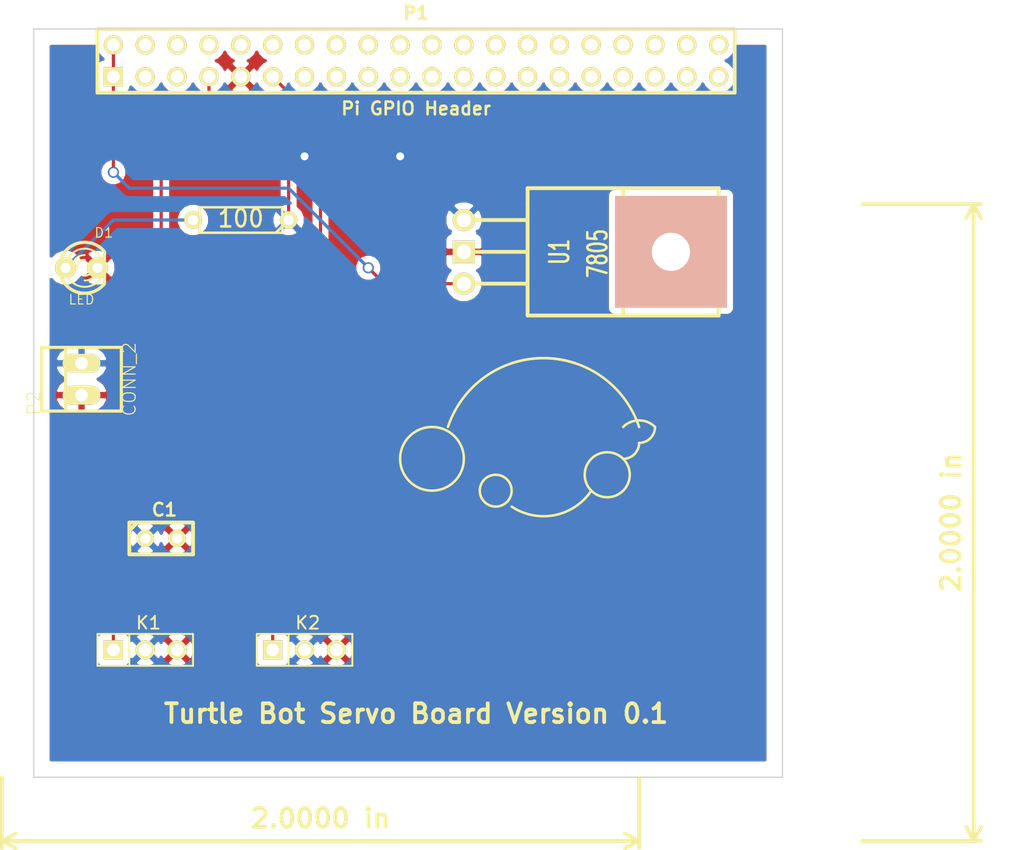
<source format=kicad_pcb>
(kicad_pcb (version 3) (host pcbnew "(2013-07-07 BZR 4022)-stable")

  (general
    (links 16)
    (no_connects 0)
    (area 27.94 74.03084 113.41 143.670001)
    (thickness 1.6)
    (drawings 16)
    (tracks 26)
    (zones 0)
    (modules 8)
    (nets 7)
  )

  (page USLetter)
  (title_block 
    (title "Robot Turtle Layout")
    (rev 0.1)
  )

  (layers
    (15 F.Cu signal)
    (0 B.Cu signal)
    (16 B.Adhes user)
    (17 F.Adhes user)
    (18 B.Paste user)
    (19 F.Paste user)
    (20 B.SilkS user)
    (21 F.SilkS user)
    (22 B.Mask user)
    (23 F.Mask user)
    (24 Dwgs.User user)
    (25 Cmts.User user)
    (26 Eco1.User user)
    (27 Eco2.User user)
    (28 Edge.Cuts user)
  )

  (setup
    (last_trace_width 0.254)
    (trace_clearance 0.254)
    (zone_clearance 0.508)
    (zone_45_only no)
    (trace_min 0.254)
    (segment_width 0.2)
    (edge_width 0.1)
    (via_size 0.889)
    (via_drill 0.635)
    (via_min_size 0.889)
    (via_min_drill 0.508)
    (uvia_size 0.508)
    (uvia_drill 0.127)
    (uvias_allowed no)
    (uvia_min_size 0.508)
    (uvia_min_drill 0.127)
    (pcb_text_width 0.3)
    (pcb_text_size 1.5 1.5)
    (mod_edge_width 0.15)
    (mod_text_size 1 1)
    (mod_text_width 0.15)
    (pad_size 1.5 1.5)
    (pad_drill 0.6)
    (pad_to_mask_clearance 0)
    (aux_axis_origin 0 0)
    (visible_elements 7FFFFFFF)
    (pcbplotparams
      (layerselection 3178497)
      (usegerberextensions true)
      (excludeedgelayer true)
      (linewidth 0.150000)
      (plotframeref false)
      (viasonmask false)
      (mode 1)
      (useauxorigin false)
      (hpglpennumber 1)
      (hpglpenspeed 20)
      (hpglpendiameter 15)
      (hpglpenoverlay 2)
      (psnegative false)
      (psa4output false)
      (plotreference true)
      (plotvalue true)
      (plotothertext true)
      (plotinvisibletext false)
      (padsonsilk false)
      (subtractmaskfromsilk false)
      (outputformat 1)
      (mirror false)
      (drillshape 1)
      (scaleselection 1)
      (outputdirectory ""))
  )

  (net 0 "")
  (net 1 +6V)
  (net 2 GND)
  (net 3 N-0000012)
  (net 4 N-0000030)
  (net 5 N-0000031)
  (net 6 N-0000034)

  (net_class Default "This is the default net class."
    (clearance 0.254)
    (trace_width 0.254)
    (via_dia 0.889)
    (via_drill 0.635)
    (uvia_dia 0.508)
    (uvia_drill 0.127)
    (add_net "")
    (add_net +6V)
    (add_net GND)
    (add_net N-0000012)
    (add_net N-0000030)
    (add_net N-0000031)
    (add_net N-0000034)
  )

  (module R3 (layer F.Cu) (tedit 4E4C0E65) (tstamp 54A6E807)
    (at 46.99 91.44 180)
    (descr "Resitance 3 pas")
    (tags R)
    (path /54A6DC96)
    (autoplace_cost180 10)
    (fp_text reference R1 (at 0 0.127 180) (layer F.SilkS) hide
      (effects (font (size 1.397 1.27) (thickness 0.2032)))
    )
    (fp_text value 100 (at 0 0.127 180) (layer F.SilkS)
      (effects (font (size 1.397 1.27) (thickness 0.2032)))
    )
    (fp_line (start -3.81 0) (end -3.302 0) (layer F.SilkS) (width 0.2032))
    (fp_line (start 3.81 0) (end 3.302 0) (layer F.SilkS) (width 0.2032))
    (fp_line (start 3.302 0) (end 3.302 -1.016) (layer F.SilkS) (width 0.2032))
    (fp_line (start 3.302 -1.016) (end -3.302 -1.016) (layer F.SilkS) (width 0.2032))
    (fp_line (start -3.302 -1.016) (end -3.302 1.016) (layer F.SilkS) (width 0.2032))
    (fp_line (start -3.302 1.016) (end 3.302 1.016) (layer F.SilkS) (width 0.2032))
    (fp_line (start 3.302 1.016) (end 3.302 0) (layer F.SilkS) (width 0.2032))
    (fp_line (start -3.302 -0.508) (end -2.794 -1.016) (layer F.SilkS) (width 0.2032))
    (pad 1 thru_hole circle (at -3.81 0 180) (size 1.397 1.397) (drill 0.8128)
      (layers *.Cu *.Mask F.SilkS)
      (net 1 +6V)
    )
    (pad 2 thru_hole circle (at 3.81 0 180) (size 1.397 1.397) (drill 0.8128)
      (layers *.Cu *.Mask F.SilkS)
      (net 4 N-0000030)
    )
    (model discret/resistor.wrl
      (at (xyz 0 0 0))
      (scale (xyz 0.3 0.3 0.3))
      (rotate (xyz 0 0 0))
    )
  )

  (module PIN_ARRAY_20X2 (layer F.Cu) (tedit 5031D84E) (tstamp 54A6E837)
    (at 60.96 78.74)
    (descr "Double rangee de contacts 2 x 12 pins")
    (tags CONN)
    (path /54A6E06A)
    (fp_text reference P1 (at 0 -3.81) (layer F.SilkS)
      (effects (font (size 1.016 1.016) (thickness 0.27432)))
    )
    (fp_text value "Pi GPIO Header" (at 0 3.81) (layer F.SilkS)
      (effects (font (size 1.016 1.016) (thickness 0.2032)))
    )
    (fp_line (start 25.4 2.54) (end -25.4 2.54) (layer F.SilkS) (width 0.3048))
    (fp_line (start 25.4 -2.54) (end -25.4 -2.54) (layer F.SilkS) (width 0.3048))
    (fp_line (start 25.4 -2.54) (end 25.4 2.54) (layer F.SilkS) (width 0.3048))
    (fp_line (start -25.4 -2.54) (end -25.4 2.54) (layer F.SilkS) (width 0.3048))
    (pad 1 thru_hole rect (at -24.13 1.27) (size 1.524 1.524) (drill 1.016)
      (layers *.Cu *.Mask F.SilkS)
      (net 6 N-0000034)
    )
    (pad 2 thru_hole circle (at -24.13 -1.27) (size 1.524 1.524) (drill 1.016)
      (layers *.Cu *.Mask F.SilkS)
      (net 6 N-0000034)
    )
    (pad 11 thru_hole circle (at -11.43 1.27) (size 1.524 1.524) (drill 1.016)
      (layers *.Cu *.Mask F.SilkS)
      (net 5 N-0000031)
    )
    (pad 4 thru_hole circle (at -21.59 -1.27) (size 1.524 1.524) (drill 1.016)
      (layers *.Cu *.Mask F.SilkS)
    )
    (pad 13 thru_hole circle (at -8.89 1.27) (size 1.524 1.524) (drill 1.016)
      (layers *.Cu *.Mask F.SilkS)
    )
    (pad 6 thru_hole circle (at -19.05 -1.27) (size 1.524 1.524) (drill 1.016)
      (layers *.Cu *.Mask F.SilkS)
    )
    (pad 15 thru_hole circle (at -6.35 1.27) (size 1.524 1.524) (drill 1.016)
      (layers *.Cu *.Mask F.SilkS)
    )
    (pad 8 thru_hole circle (at -16.51 -1.27) (size 1.524 1.524) (drill 1.016)
      (layers *.Cu *.Mask F.SilkS)
    )
    (pad 17 thru_hole circle (at -3.81 1.27) (size 1.524 1.524) (drill 1.016)
      (layers *.Cu *.Mask F.SilkS)
    )
    (pad 10 thru_hole circle (at -13.97 -1.27) (size 1.524 1.524) (drill 1.016)
      (layers *.Cu *.Mask F.SilkS)
    )
    (pad 19 thru_hole circle (at -1.27 1.27) (size 1.524 1.524) (drill 1.016)
      (layers *.Cu *.Mask F.SilkS)
    )
    (pad 12 thru_hole circle (at -11.43 -1.27) (size 1.524 1.524) (drill 1.016)
      (layers *.Cu *.Mask F.SilkS)
    )
    (pad 21 thru_hole circle (at 1.27 1.27) (size 1.524 1.524) (drill 1.016)
      (layers *.Cu *.Mask F.SilkS)
    )
    (pad 14 thru_hole circle (at -8.89 -1.27) (size 1.524 1.524) (drill 1.016)
      (layers *.Cu *.Mask F.SilkS)
    )
    (pad 23 thru_hole circle (at 3.81 1.27) (size 1.524 1.524) (drill 1.016)
      (layers *.Cu *.Mask F.SilkS)
    )
    (pad 16 thru_hole circle (at -6.35 -1.27) (size 1.524 1.524) (drill 1.016)
      (layers *.Cu *.Mask F.SilkS)
    )
    (pad 25 thru_hole circle (at 6.35 1.27) (size 1.524 1.524) (drill 1.016)
      (layers *.Cu *.Mask F.SilkS)
    )
    (pad 18 thru_hole circle (at -3.81 -1.27) (size 1.524 1.524) (drill 1.016)
      (layers *.Cu *.Mask F.SilkS)
    )
    (pad 27 thru_hole circle (at 8.89 1.27) (size 1.524 1.524) (drill 1.016)
      (layers *.Cu *.Mask F.SilkS)
    )
    (pad 20 thru_hole circle (at -1.27 -1.27) (size 1.524 1.524) (drill 1.016)
      (layers *.Cu *.Mask F.SilkS)
    )
    (pad 29 thru_hole circle (at 11.43 1.27) (size 1.524 1.524) (drill 1.016)
      (layers *.Cu *.Mask F.SilkS)
    )
    (pad 22 thru_hole circle (at 1.27 -1.27) (size 1.524 1.524) (drill 1.016)
      (layers *.Cu *.Mask F.SilkS)
    )
    (pad 31 thru_hole circle (at 13.97 1.27) (size 1.524 1.524) (drill 1.016)
      (layers *.Cu *.Mask F.SilkS)
    )
    (pad 24 thru_hole circle (at 3.81 -1.27) (size 1.524 1.524) (drill 1.016)
      (layers *.Cu *.Mask F.SilkS)
    )
    (pad 26 thru_hole circle (at 6.35 -1.27) (size 1.524 1.524) (drill 1.016)
      (layers *.Cu *.Mask F.SilkS)
    )
    (pad 33 thru_hole circle (at 16.51 1.27) (size 1.524 1.524) (drill 1.016)
      (layers *.Cu *.Mask F.SilkS)
    )
    (pad 28 thru_hole circle (at 8.89 -1.27) (size 1.524 1.524) (drill 1.016)
      (layers *.Cu *.Mask F.SilkS)
    )
    (pad 32 thru_hole circle (at 13.97 -1.27) (size 1.524 1.524) (drill 1.016)
      (layers *.Cu *.Mask F.SilkS)
    )
    (pad 34 thru_hole circle (at 16.51 -1.27) (size 1.524 1.524) (drill 1.016)
      (layers *.Cu *.Mask F.SilkS)
    )
    (pad 36 thru_hole circle (at 19.05 -1.27) (size 1.524 1.524) (drill 1.016)
      (layers *.Cu *.Mask F.SilkS)
    )
    (pad 38 thru_hole circle (at 21.59 -1.27) (size 1.524 1.524) (drill 1.016)
      (layers *.Cu *.Mask F.SilkS)
    )
    (pad 35 thru_hole circle (at 19.05 1.27) (size 1.524 1.524) (drill 1.016)
      (layers *.Cu *.Mask F.SilkS)
    )
    (pad 37 thru_hole circle (at 21.59 1.27) (size 1.524 1.524) (drill 1.016)
      (layers *.Cu *.Mask F.SilkS)
    )
    (pad 3 thru_hole circle (at -21.59 1.27) (size 1.524 1.524) (drill 1.016)
      (layers *.Cu *.Mask F.SilkS)
    )
    (pad 5 thru_hole circle (at -19.05 1.27) (size 1.524 1.524) (drill 1.016)
      (layers *.Cu *.Mask F.SilkS)
    )
    (pad 7 thru_hole circle (at -16.51 1.27) (size 1.524 1.524) (drill 1.016)
      (layers *.Cu *.Mask F.SilkS)
      (net 3 N-0000012)
    )
    (pad 9 thru_hole circle (at -13.97 1.27) (size 1.524 1.524) (drill 1.016)
      (layers *.Cu *.Mask F.SilkS)
      (net 2 GND)
    )
    (pad 39 thru_hole circle (at 24.13 1.27) (size 1.524 1.524) (drill 1.016)
      (layers *.Cu *.Mask F.SilkS)
    )
    (pad 40 thru_hole circle (at 24.13 -1.27) (size 1.524 1.524) (drill 1.016)
      (layers *.Cu *.Mask F.SilkS)
    )
    (pad 30 thru_hole circle (at 11.43 -1.27) (size 1.524 1.524) (drill 1.016)
      (layers *.Cu *.Mask F.SilkS)
    )
    (model pin_array/pins_array_20x2.wrl
      (at (xyz 0 0 0))
      (scale (xyz 1 1 1))
      (rotate (xyz 0 0 0))
    )
  )

  (module LM78XX (layer F.Cu) (tedit 200000) (tstamp 54A6E849)
    (at 64.77 93.98)
    (descr "Regulateur TO220 serie LM78xx")
    (tags "TR TO220")
    (path /54A6D8F3)
    (fp_text reference U1 (at 7.62 0 90) (layer F.SilkS)
      (effects (font (size 1.524 1.016) (thickness 0.2032)))
    )
    (fp_text value 7805 (at 10.668 0.127 90) (layer F.SilkS)
      (effects (font (size 1.524 1.016) (thickness 0.2032)))
    )
    (fp_line (start 0 -2.54) (end 5.08 -2.54) (layer F.SilkS) (width 0.3048))
    (fp_line (start 0 0) (end 5.08 0) (layer F.SilkS) (width 0.3048))
    (fp_line (start 0 2.54) (end 5.08 2.54) (layer F.SilkS) (width 0.3048))
    (fp_line (start 5.08 -3.81) (end 5.08 5.08) (layer F.SilkS) (width 0.3048))
    (fp_line (start 5.08 5.08) (end 20.32 5.08) (layer F.SilkS) (width 0.3048))
    (fp_line (start 20.32 5.08) (end 20.32 -5.08) (layer F.SilkS) (width 0.3048))
    (fp_line (start 5.08 -3.81) (end 5.08 -5.08) (layer F.SilkS) (width 0.3048))
    (fp_line (start 12.7 3.81) (end 12.7 -5.08) (layer F.SilkS) (width 0.3048))
    (fp_line (start 12.7 3.81) (end 12.7 5.08) (layer F.SilkS) (width 0.3048))
    (fp_line (start 5.08 -5.08) (end 20.32 -5.08) (layer F.SilkS) (width 0.3048))
    (pad 4 thru_hole rect (at 16.51 0) (size 8.89 8.89) (drill 3.048)
      (layers *.Cu *.SilkS *.Mask)
    )
    (pad VI thru_hole circle (at 0 -2.54) (size 1.778 1.778) (drill 1.143)
      (layers *.Cu *.Mask F.SilkS)
      (net 1 +6V)
    )
    (pad GND thru_hole rect (at 0 0) (size 1.778 1.778) (drill 1.143)
      (layers *.Cu *.Mask F.SilkS)
      (net 2 GND)
    )
    (pad VO thru_hole circle (at 0 2.54) (size 1.778 1.778) (drill 1.143)
      (layers *.Cu *.Mask F.SilkS)
      (net 6 N-0000034)
    )
    (model discret/to220_horiz.wrl
      (at (xyz 0 0 0))
      (scale (xyz 1 1 1))
      (rotate (xyz 0 0 0))
    )
  )

  (module LED-3MM (layer F.Cu) (tedit 50ADE848) (tstamp 54A6E862)
    (at 34.29 95.25)
    (descr "LED 3mm - Lead pitch 100mil (2,54mm)")
    (tags "LED led 3mm 3MM 100mil 2,54mm")
    (path /54A6DE7D)
    (fp_text reference D1 (at 1.778 -2.794) (layer F.SilkS)
      (effects (font (size 0.762 0.762) (thickness 0.0889)))
    )
    (fp_text value LED (at 0 2.54) (layer F.SilkS)
      (effects (font (size 0.762 0.762) (thickness 0.0889)))
    )
    (fp_line (start 1.8288 1.27) (end 1.8288 -1.27) (layer F.SilkS) (width 0.254))
    (fp_arc (start 0.254 0) (end -1.27 0) (angle 39.8) (layer F.SilkS) (width 0.1524))
    (fp_arc (start 0.254 0) (end -0.88392 1.01092) (angle 41.6) (layer F.SilkS) (width 0.1524))
    (fp_arc (start 0.254 0) (end 1.4097 -0.9906) (angle 40.6) (layer F.SilkS) (width 0.1524))
    (fp_arc (start 0.254 0) (end 1.778 0) (angle 39.8) (layer F.SilkS) (width 0.1524))
    (fp_arc (start 0.254 0) (end 0.254 -1.524) (angle 54.4) (layer F.SilkS) (width 0.1524))
    (fp_arc (start 0.254 0) (end -0.9652 -0.9144) (angle 53.1) (layer F.SilkS) (width 0.1524))
    (fp_arc (start 0.254 0) (end 1.45542 0.93472) (angle 52.1) (layer F.SilkS) (width 0.1524))
    (fp_arc (start 0.254 0) (end 0.254 1.524) (angle 52.1) (layer F.SilkS) (width 0.1524))
    (fp_arc (start 0.254 0) (end -0.381 0) (angle 90) (layer F.SilkS) (width 0.1524))
    (fp_arc (start 0.254 0) (end -0.762 0) (angle 90) (layer F.SilkS) (width 0.1524))
    (fp_arc (start 0.254 0) (end 0.889 0) (angle 90) (layer F.SilkS) (width 0.1524))
    (fp_arc (start 0.254 0) (end 1.27 0) (angle 90) (layer F.SilkS) (width 0.1524))
    (fp_arc (start 0.254 0) (end 0.254 -2.032) (angle 50.1) (layer F.SilkS) (width 0.254))
    (fp_arc (start 0.254 0) (end -1.5367 -0.95504) (angle 61.9) (layer F.SilkS) (width 0.254))
    (fp_arc (start 0.254 0) (end 1.8034 1.31064) (angle 49.7) (layer F.SilkS) (width 0.254))
    (fp_arc (start 0.254 0) (end 0.254 2.032) (angle 60.2) (layer F.SilkS) (width 0.254))
    (fp_arc (start 0.254 0) (end -1.778 0) (angle 28.3) (layer F.SilkS) (width 0.254))
    (fp_arc (start 0.254 0) (end -1.47574 1.06426) (angle 31.6) (layer F.SilkS) (width 0.254))
    (pad 1 thru_hole circle (at -1.27 0) (size 1.6764 1.6764) (drill 0.8128)
      (layers *.Cu *.Mask F.SilkS)
      (net 4 N-0000030)
    )
    (pad 2 thru_hole circle (at 1.27 0) (size 1.6764 1.6764) (drill 0.8128)
      (layers *.Cu *.Mask F.SilkS)
      (net 2 GND)
    )
    (model discret/leds/led3_vertical_verde.wrl
      (at (xyz 0 0 0))
      (scale (xyz 1 1 1))
      (rotate (xyz 0 0 0))
    )
  )

  (module C1 (layer F.Cu) (tedit 3F92C496) (tstamp 54A6E86D)
    (at 40.64 116.84)
    (descr "Condensateur e = 1 pas")
    (tags C)
    (path /54A6DFA4)
    (fp_text reference C1 (at 0.254 -2.286) (layer F.SilkS)
      (effects (font (size 1.016 1.016) (thickness 0.2032)))
    )
    (fp_text value "100 uF" (at 0 -2.286) (layer F.SilkS) hide
      (effects (font (size 1.016 1.016) (thickness 0.2032)))
    )
    (fp_line (start -2.4892 -1.27) (end 2.54 -1.27) (layer F.SilkS) (width 0.3048))
    (fp_line (start 2.54 -1.27) (end 2.54 1.27) (layer F.SilkS) (width 0.3048))
    (fp_line (start 2.54 1.27) (end -2.54 1.27) (layer F.SilkS) (width 0.3048))
    (fp_line (start -2.54 1.27) (end -2.54 -1.27) (layer F.SilkS) (width 0.3048))
    (fp_line (start -2.54 -0.635) (end -1.905 -1.27) (layer F.SilkS) (width 0.3048))
    (pad 1 thru_hole circle (at -1.27 0) (size 1.397 1.397) (drill 0.8128)
      (layers *.Cu *.Mask F.SilkS)
      (net 1 +6V)
    )
    (pad 2 thru_hole circle (at 1.27 0) (size 1.397 1.397) (drill 0.8128)
      (layers *.Cu *.Mask F.SilkS)
      (net 2 GND)
    )
    (model discret/capa_1_pas.wrl
      (at (xyz 0 0 0))
      (scale (xyz 1 1 1))
      (rotate (xyz 0 0 0))
    )
  )

  (module PIN_ARRAY_3X1 (layer F.Cu) (tedit 4C1130E0) (tstamp 54A6E878)
    (at 39.37 125.73)
    (descr "Connecteur 3 pins")
    (tags "CONN DEV")
    (path /54A6E166)
    (fp_text reference K1 (at 0.254 -2.159) (layer F.SilkS)
      (effects (font (size 1.016 1.016) (thickness 0.1524)))
    )
    (fp_text value "Left Servo" (at 0 -2.159) (layer F.SilkS) hide
      (effects (font (size 1.016 1.016) (thickness 0.1524)))
    )
    (fp_line (start -3.81 1.27) (end -3.81 -1.27) (layer F.SilkS) (width 0.1524))
    (fp_line (start -3.81 -1.27) (end 3.81 -1.27) (layer F.SilkS) (width 0.1524))
    (fp_line (start 3.81 -1.27) (end 3.81 1.27) (layer F.SilkS) (width 0.1524))
    (fp_line (start 3.81 1.27) (end -3.81 1.27) (layer F.SilkS) (width 0.1524))
    (fp_line (start -1.27 -1.27) (end -1.27 1.27) (layer F.SilkS) (width 0.1524))
    (pad 1 thru_hole rect (at -2.54 0) (size 1.524 1.524) (drill 1.016)
      (layers *.Cu *.Mask F.SilkS)
      (net 3 N-0000012)
    )
    (pad 2 thru_hole circle (at 0 0) (size 1.524 1.524) (drill 1.016)
      (layers *.Cu *.Mask F.SilkS)
      (net 1 +6V)
    )
    (pad 3 thru_hole circle (at 2.54 0) (size 1.524 1.524) (drill 1.016)
      (layers *.Cu *.Mask F.SilkS)
      (net 2 GND)
    )
    (model pin_array/pins_array_3x1.wrl
      (at (xyz 0 0 0))
      (scale (xyz 1 1 1))
      (rotate (xyz 0 0 0))
    )
  )

  (module PIN_ARRAY_3X1 (layer F.Cu) (tedit 4C1130E0) (tstamp 54A6E883)
    (at 52.07 125.73)
    (descr "Connecteur 3 pins")
    (tags "CONN DEV")
    (path /54A6E177)
    (fp_text reference K2 (at 0.254 -2.159) (layer F.SilkS)
      (effects (font (size 1.016 1.016) (thickness 0.1524)))
    )
    (fp_text value "Right Servo" (at 0 -2.159) (layer F.SilkS) hide
      (effects (font (size 1.016 1.016) (thickness 0.1524)))
    )
    (fp_line (start -3.81 1.27) (end -3.81 -1.27) (layer F.SilkS) (width 0.1524))
    (fp_line (start -3.81 -1.27) (end 3.81 -1.27) (layer F.SilkS) (width 0.1524))
    (fp_line (start 3.81 -1.27) (end 3.81 1.27) (layer F.SilkS) (width 0.1524))
    (fp_line (start 3.81 1.27) (end -3.81 1.27) (layer F.SilkS) (width 0.1524))
    (fp_line (start -1.27 -1.27) (end -1.27 1.27) (layer F.SilkS) (width 0.1524))
    (pad 1 thru_hole rect (at -2.54 0) (size 1.524 1.524) (drill 1.016)
      (layers *.Cu *.Mask F.SilkS)
      (net 5 N-0000031)
    )
    (pad 2 thru_hole circle (at 0 0) (size 1.524 1.524) (drill 1.016)
      (layers *.Cu *.Mask F.SilkS)
      (net 1 +6V)
    )
    (pad 3 thru_hole circle (at 2.54 0) (size 1.524 1.524) (drill 1.016)
      (layers *.Cu *.Mask F.SilkS)
      (net 2 GND)
    )
    (model pin_array/pins_array_3x1.wrl
      (at (xyz 0 0 0))
      (scale (xyz 1 1 1))
      (rotate (xyz 0 0 0))
    )
  )

  (module PINHEAD1-2 (layer F.Cu) (tedit 4C5EDFB2) (tstamp 54A6EF4F)
    (at 34.29 104.14 90)
    (path /54A6EE84)
    (attr virtual)
    (fp_text reference P2 (at -1.905 -3.81 90) (layer F.SilkS)
      (effects (font (size 1.016 1.016) (thickness 0.0889)))
    )
    (fp_text value CONN_2 (at 0 3.81 90) (layer F.SilkS)
      (effects (font (size 1.016 1.016) (thickness 0.0889)))
    )
    (fp_line (start 2.54 -1.27) (end -2.54 -1.27) (layer F.SilkS) (width 0.254))
    (fp_line (start 2.54 3.175) (end -2.54 3.175) (layer F.SilkS) (width 0.254))
    (fp_line (start -2.54 -3.175) (end 2.54 -3.175) (layer F.SilkS) (width 0.254))
    (fp_line (start -2.54 -3.175) (end -2.54 3.175) (layer F.SilkS) (width 0.254))
    (fp_line (start 2.54 -3.175) (end 2.54 3.175) (layer F.SilkS) (width 0.254))
    (pad 1 thru_hole oval (at -1.27 0 90) (size 1.50622 3.01498) (drill 0.99822)
      (layers *.Cu F.Paste F.SilkS F.Mask)
      (net 2 GND)
    )
    (pad 2 thru_hole oval (at 1.27 0 90) (size 1.50622 3.01498) (drill 0.99822)
      (layers *.Cu F.Paste F.SilkS F.Mask)
      (net 1 +6V)
    )
  )

  (gr_circle (center 67.31 113.03) (end 67.31 111.76) (layer F.SilkS) (width 0.2))
  (gr_arc (start 71.12 110.49) (end 74.93 113.03) (angle 90) (layer F.SilkS) (width 0.2))
  (gr_arc (start 77.47 109.22) (end 78.74 109.22) (angle 90) (layer F.SilkS) (width 0.2))
  (gr_arc (start 78.74 107.95) (end 80.01 107.95) (angle 90) (layer F.SilkS) (width 0.2))
  (gr_arc (start 78.74 109.22) (end 77.47 107.95) (angle 90) (layer F.SilkS) (width 0.2))
  (gr_circle (center 76.2 111.76) (end 77.47 113.03) (layer F.SilkS) (width 0.2))
  (gr_arc (start 71.12 110.49) (end 68.58 102.87) (angle 90) (layer F.SilkS) (width 0.2))
  (gr_arc (start 71.12 110.49) (end 63.5 107.95) (angle 90) (layer F.SilkS) (width 0.2))
  (gr_circle (center 62.23 110.49) (end 64.77 110.49) (layer F.SilkS) (width 0.2))
  (gr_text "Turtle Bot Servo Board Version 0.1" (at 60.96 130.81) (layer F.SilkS)
    (effects (font (size 1.5 1.5) (thickness 0.3)))
  )
  (gr_line (start 90.17 135.89) (end 30.48 135.89) (angle 90) (layer Edge.Cuts) (width 0.1))
  (gr_line (start 90.17 76.2) (end 90.17 135.89) (angle 90) (layer Edge.Cuts) (width 0.1))
  (gr_line (start 30.48 76.2) (end 90.17 76.2) (angle 90) (layer Edge.Cuts) (width 0.1))
  (gr_line (start 30.48 135.89) (end 30.48 76.2) (angle 90) (layer Edge.Cuts) (width 0.1))
  (dimension 50.8 (width 0.3) (layer F.SilkS)
    (gr_text "50.800 mm" (at 106.76 115.57 90) (layer F.SilkS)
      (effects (font (size 1.5 1.5) (thickness 0.3)))
    )
    (feature1 (pts (xy 96.52 90.17) (xy 108.11 90.17)))
    (feature2 (pts (xy 96.52 140.97) (xy 108.11 140.97)))
    (crossbar (pts (xy 105.41 140.97) (xy 105.41 90.17)))
    (arrow1a (pts (xy 105.41 90.17) (xy 105.99642 91.296503)))
    (arrow1b (pts (xy 105.41 90.17) (xy 104.82358 91.296503)))
    (arrow2a (pts (xy 105.41 140.97) (xy 105.99642 139.843497)))
    (arrow2b (pts (xy 105.41 140.97) (xy 104.82358 139.843497)))
  )
  (dimension 50.8 (width 0.3) (layer F.SilkS)
    (gr_text "50.800 mm" (at 53.34 142.32) (layer F.SilkS)
      (effects (font (size 1.5 1.5) (thickness 0.3)))
    )
    (feature1 (pts (xy 78.74 135.89) (xy 78.74 143.67)))
    (feature2 (pts (xy 27.94 135.89) (xy 27.94 143.67)))
    (crossbar (pts (xy 27.94 140.97) (xy 78.74 140.97)))
    (arrow1a (pts (xy 78.74 140.97) (xy 77.613497 141.55642)))
    (arrow1b (pts (xy 78.74 140.97) (xy 77.613497 140.38358)))
    (arrow2a (pts (xy 27.94 140.97) (xy 29.066503 141.55642)))
    (arrow2b (pts (xy 27.94 140.97) (xy 29.066503 140.38358)))
  )

  (segment (start 50.8 91.44) (end 50.8 87.63) (width 0.254) (layer F.Cu) (net 1))
  (segment (start 59.69 86.36) (end 64.77 91.44) (width 0.254) (layer F.Cu) (net 1) (tstamp 54A78CB4))
  (via (at 59.69 86.36) (size 0.889) (layers F.Cu B.Cu) (net 1))
  (segment (start 52.07 86.36) (end 59.69 86.36) (width 0.254) (layer B.Cu) (net 1) (tstamp 54A78CB1))
  (via (at 52.07 86.36) (size 0.889) (layers F.Cu B.Cu) (net 1))
  (segment (start 50.8 87.63) (end 52.07 86.36) (width 0.254) (layer F.Cu) (net 1) (tstamp 54A78CAB))
  (segment (start 36.83 125.73) (end 36.83 111.76) (width 0.254) (layer F.Cu) (net 3))
  (segment (start 44.45 82.55) (end 44.45 80.01) (width 0.254) (layer F.Cu) (net 3) (tstamp 54A78C26))
  (segment (start 40.64 86.36) (end 44.45 82.55) (width 0.254) (layer F.Cu) (net 3) (tstamp 54A78C24))
  (segment (start 40.64 107.95) (end 40.64 86.36) (width 0.254) (layer F.Cu) (net 3) (tstamp 54A78C22))
  (segment (start 36.83 111.76) (end 40.64 107.95) (width 0.254) (layer F.Cu) (net 3) (tstamp 54A78C1F))
  (segment (start 43.18 91.44) (end 36.83 91.44) (width 0.254) (layer B.Cu) (net 4))
  (segment (start 36.83 91.44) (end 33.02 95.25) (width 0.254) (layer B.Cu) (net 4) (tstamp 54A78C9E))
  (segment (start 49.53 125.73) (end 49.53 102.87) (width 0.254) (layer F.Cu) (net 5))
  (segment (start 53.34 83.82) (end 49.53 80.01) (width 0.254) (layer F.Cu) (net 5) (tstamp 54A78C4D))
  (segment (start 53.34 99.06) (end 53.34 83.82) (width 0.254) (layer F.Cu) (net 5) (tstamp 54A78C4A))
  (segment (start 49.53 102.87) (end 53.34 99.06) (width 0.254) (layer F.Cu) (net 5) (tstamp 54A78C3F))
  (segment (start 36.83 80.01) (end 36.83 87.63) (width 0.254) (layer F.Cu) (net 6))
  (segment (start 58.42 96.52) (end 64.77 96.52) (width 0.254) (layer F.Cu) (net 6) (tstamp 54A78C81))
  (segment (start 57.15 95.25) (end 58.42 96.52) (width 0.254) (layer F.Cu) (net 6) (tstamp 54A78C80))
  (via (at 57.15 95.25) (size 0.889) (layers F.Cu B.Cu) (net 6))
  (segment (start 50.8 88.9) (end 57.15 95.25) (width 0.254) (layer B.Cu) (net 6) (tstamp 54A78C7C))
  (segment (start 38.1 88.9) (end 50.8 88.9) (width 0.254) (layer B.Cu) (net 6) (tstamp 54A78C77))
  (segment (start 36.83 87.63) (end 38.1 88.9) (width 0.254) (layer B.Cu) (net 6) (tstamp 54A78C76))
  (via (at 36.83 87.63) (size 0.889) (layers F.Cu B.Cu) (net 6))
  (segment (start 36.83 77.47) (end 36.83 80.01) (width 0.254) (layer F.Cu) (net 6))

  (zone (net 2) (net_name GND) (layer F.Cu) (tstamp 54A78E65) (hatch edge 0.508)
    (connect_pads (clearance 0.508))
    (min_thickness 0.254)
    (fill (arc_segments 16) (thermal_gap 0.508) (thermal_bridge_width 0.508))
    (polygon
      (pts
        (xy 88.9 134.62) (xy 31.75 134.62) (xy 31.75 77.47) (xy 88.9 77.47)
      )
    )
    (filled_polygon
      (pts
        (xy 88.773 134.493) (xy 86.36011 134.493) (xy 86.36011 98.299245) (xy 86.36011 89.409245) (xy 86.263641 89.175771)
        (xy 86.085168 88.996987) (xy 85.851864 88.900111) (xy 85.599245 88.89989) (xy 76.709245 88.89989) (xy 76.475771 88.996359)
        (xy 76.296987 89.174832) (xy 76.200111 89.408136) (xy 76.19989 89.660755) (xy 76.19989 98.550755) (xy 76.296359 98.784229)
        (xy 76.474832 98.963013) (xy 76.708136 99.059889) (xy 76.960755 99.06011) (xy 85.850755 99.06011) (xy 86.084229 98.963641)
        (xy 86.263013 98.785168) (xy 86.359889 98.551864) (xy 86.36011 98.299245) (xy 86.36011 134.493) (xy 66.294263 134.493)
        (xy 66.294263 96.218188) (xy 66.294263 91.138188) (xy 66.062737 90.577852) (xy 65.634403 90.14877) (xy 65.074472 89.916266)
        (xy 64.468188 89.915737) (xy 64.36571 89.958079) (xy 60.769499 86.361869) (xy 60.769687 86.146216) (xy 60.605689 85.749311)
        (xy 60.302286 85.445378) (xy 59.905668 85.280687) (xy 59.476216 85.280313) (xy 59.079311 85.444311) (xy 58.775378 85.747714)
        (xy 58.610687 86.144332) (xy 58.610313 86.573784) (xy 58.774311 86.970689) (xy 59.077714 87.274622) (xy 59.474332 87.439313)
        (xy 59.691872 87.439502) (xy 63.287821 91.035452) (xy 63.246266 91.135528) (xy 63.245737 91.741812) (xy 63.477263 92.302148)
        (xy 63.667095 92.492312) (xy 63.521771 92.552359) (xy 63.342987 92.730832) (xy 63.246111 92.964136) (xy 63.24589 93.216755)
        (xy 63.246 93.69425) (xy 63.40475 93.853) (xy 64.643 93.853) (xy 64.643 93.833) (xy 64.897 93.833)
        (xy 64.897 93.853) (xy 66.13525 93.853) (xy 66.294 93.69425) (xy 66.29411 93.216755) (xy 66.293889 92.964136)
        (xy 66.197013 92.730832) (xy 66.018229 92.552359) (xy 65.872966 92.492338) (xy 66.06123 92.304403) (xy 66.293734 91.744472)
        (xy 66.294263 91.138188) (xy 66.294263 96.218188) (xy 66.062737 95.657852) (xy 65.872904 95.467687) (xy 66.018229 95.407641)
        (xy 66.197013 95.229168) (xy 66.293889 94.995864) (xy 66.29411 94.743245) (xy 66.294 94.26575) (xy 66.13525 94.107)
        (xy 64.897 94.107) (xy 64.897 94.127) (xy 64.643 94.127) (xy 64.643 94.107) (xy 63.40475 94.107)
        (xy 63.246 94.26575) (xy 63.24589 94.743245) (xy 63.246111 94.995864) (xy 63.342987 95.229168) (xy 63.521771 95.407641)
        (xy 63.667033 95.467661) (xy 63.47877 95.655597) (xy 63.436248 95.758) (xy 58.73563 95.758) (xy 58.229499 95.251868)
        (xy 58.229687 95.036216) (xy 58.065689 94.639311) (xy 57.762286 94.335378) (xy 57.365668 94.170687) (xy 56.936216 94.170313)
        (xy 56.539311 94.334311) (xy 56.235378 94.637714) (xy 56.070687 95.034332) (xy 56.070313 95.463784) (xy 56.234311 95.860689)
        (xy 56.537714 96.164622) (xy 56.934332 96.329313) (xy 57.151872 96.329502) (xy 57.881184 97.058815) (xy 57.881185 97.058815)
        (xy 58.128395 97.223996) (xy 58.42 97.282) (xy 63.435882 97.282) (xy 63.477263 97.382148) (xy 63.905597 97.81123)
        (xy 64.465528 98.043734) (xy 65.071812 98.044263) (xy 65.632148 97.812737) (xy 66.06123 97.384403) (xy 66.293734 96.824472)
        (xy 66.294263 96.218188) (xy 66.294263 134.493) (xy 56.019143 134.493) (xy 56.019143 125.937696) (xy 55.99136 125.382631)
        (xy 55.832396 124.998858) (xy 55.590212 124.929393) (xy 55.410607 125.108998) (xy 55.410607 124.749788) (xy 55.341142 124.507604)
        (xy 54.817696 124.320857) (xy 54.262631 124.34864) (xy 53.878858 124.507604) (xy 53.809393 124.749788) (xy 54.61 125.550395)
        (xy 55.410607 124.749788) (xy 55.410607 125.108998) (xy 54.789605 125.73) (xy 55.590212 126.530607) (xy 55.832396 126.461142)
        (xy 56.019143 125.937696) (xy 56.019143 134.493) (xy 55.410607 134.493) (xy 55.410607 126.710212) (xy 54.61 125.909605)
        (xy 53.809393 126.710212) (xy 53.878858 126.952396) (xy 54.402304 127.139143) (xy 54.957369 127.11136) (xy 55.341142 126.952396)
        (xy 55.410607 126.710212) (xy 55.410607 134.493) (xy 47.790607 134.493) (xy 47.790607 80.990212) (xy 46.99 80.189605)
        (xy 46.189393 80.990212) (xy 46.258858 81.232396) (xy 46.782304 81.419143) (xy 47.337369 81.39136) (xy 47.721142 81.232396)
        (xy 47.790607 80.990212) (xy 47.790607 134.493) (xy 44.51373 134.493) (xy 44.51373 91.175914) (xy 44.311145 90.68562)
        (xy 43.936353 90.310174) (xy 43.446413 90.106733) (xy 42.915914 90.10627) (xy 42.42562 90.308855) (xy 42.050174 90.683647)
        (xy 41.846733 91.173587) (xy 41.84627 91.704086) (xy 42.048855 92.19438) (xy 42.423647 92.569826) (xy 42.913587 92.773267)
        (xy 43.444086 92.77373) (xy 43.93438 92.571145) (xy 44.309826 92.196353) (xy 44.513267 91.706413) (xy 44.51373 91.175914)
        (xy 44.51373 134.493) (xy 43.319143 134.493) (xy 43.319143 125.937696) (xy 43.29136 125.382631) (xy 43.255924 125.29708)
        (xy 43.255924 117.03252) (xy 43.227146 116.502802) (xy 43.079798 116.147072) (xy 42.844186 116.085419) (xy 42.664581 116.265024)
        (xy 42.664581 115.905814) (xy 42.602928 115.670202) (xy 42.10252 115.494076) (xy 41.572802 115.522854) (xy 41.217072 115.670202)
        (xy 41.155419 115.905814) (xy 41.91 116.660395) (xy 42.664581 115.905814) (xy 42.664581 116.265024) (xy 42.089605 116.84)
        (xy 42.844186 117.594581) (xy 43.079798 117.532928) (xy 43.255924 117.03252) (xy 43.255924 125.29708) (xy 43.132396 124.998858)
        (xy 42.890212 124.929393) (xy 42.710607 125.108998) (xy 42.710607 124.749788) (xy 42.664581 124.589322) (xy 42.664581 117.774186)
        (xy 41.91 117.019605) (xy 41.730395 117.19921) (xy 41.730395 116.84) (xy 40.975814 116.085419) (xy 40.740202 116.147072)
        (xy 40.641917 116.426316) (xy 40.501145 116.08562) (xy 40.126353 115.710174) (xy 39.636413 115.506733) (xy 39.105914 115.50627)
        (xy 38.61562 115.708855) (xy 38.240174 116.083647) (xy 38.036733 116.573587) (xy 38.03627 117.104086) (xy 38.238855 117.59438)
        (xy 38.613647 117.969826) (xy 39.103587 118.173267) (xy 39.634086 118.17373) (xy 40.12438 117.971145) (xy 40.499826 117.596353)
        (xy 40.633314 117.274877) (xy 40.740202 117.532928) (xy 40.975814 117.594581) (xy 41.730395 116.84) (xy 41.730395 117.19921)
        (xy 41.155419 117.774186) (xy 41.217072 118.009798) (xy 41.71748 118.185924) (xy 42.247198 118.157146) (xy 42.602928 118.009798)
        (xy 42.664581 117.774186) (xy 42.664581 124.589322) (xy 42.641142 124.507604) (xy 42.117696 124.320857) (xy 41.562631 124.34864)
        (xy 41.178858 124.507604) (xy 41.109393 124.749788) (xy 41.91 125.550395) (xy 42.710607 124.749788) (xy 42.710607 125.108998)
        (xy 42.089605 125.73) (xy 42.890212 126.530607) (xy 43.132396 126.461142) (xy 43.319143 125.937696) (xy 43.319143 134.493)
        (xy 42.710607 134.493) (xy 42.710607 126.710212) (xy 41.91 125.909605) (xy 41.109393 126.710212) (xy 41.178858 126.952396)
        (xy 41.702304 127.139143) (xy 42.257369 127.11136) (xy 42.641142 126.952396) (xy 42.710607 126.710212) (xy 42.710607 134.493)
        (xy 34.163 134.493) (xy 34.163 106.79811) (xy 34.163 105.537) (xy 32.312838 105.537) (xy 32.190217 105.751674)
        (xy 32.204573 105.823875) (xy 32.464276 106.30174) (xy 32.887081 106.643846) (xy 33.40862 106.79811) (xy 34.163 106.79811)
        (xy 34.163 134.493) (xy 31.877 134.493) (xy 31.877 96.190242) (xy 32.18441 96.498189) (xy 32.725677 96.722943)
        (xy 33.311752 96.723454) (xy 33.85341 96.499646) (xy 34.268189 96.08559) (xy 34.29044 96.032003) (xy 34.524588 96.105807)
        (xy 35.380395 95.25) (xy 34.524588 94.394193) (xy 34.290835 94.467872) (xy 34.269646 94.41659) (xy 33.85559 94.001811)
        (xy 33.314323 93.777057) (xy 32.728248 93.776546) (xy 32.18659 94.000354) (xy 31.877 94.309404) (xy 31.877 77.597)
        (xy 35.432889 77.597) (xy 35.432759 77.746661) (xy 35.644991 78.260303) (xy 35.996963 78.61289) (xy 35.942245 78.61289)
        (xy 35.708771 78.709359) (xy 35.529987 78.887832) (xy 35.433111 79.121136) (xy 35.43289 79.373755) (xy 35.43289 80.897755)
        (xy 35.529359 81.131229) (xy 35.707832 81.310013) (xy 35.941136 81.406889) (xy 36.068 81.406999) (xy 36.068 86.865358)
        (xy 35.915378 87.017714) (xy 35.750687 87.414332) (xy 35.750313 87.843784) (xy 35.914311 88.240689) (xy 36.217714 88.544622)
        (xy 36.614332 88.709313) (xy 37.043784 88.709687) (xy 37.440689 88.545689) (xy 37.744622 88.242286) (xy 37.909313 87.845668)
        (xy 37.909687 87.416216) (xy 37.745689 87.019311) (xy 37.592 86.865353) (xy 37.592 81.40711) (xy 37.717755 81.40711)
        (xy 37.951229 81.310641) (xy 38.130013 81.132168) (xy 38.226889 80.898864) (xy 38.226938 80.842323) (xy 38.57763 81.193628)
        (xy 39.090901 81.406756) (xy 39.646661 81.407241) (xy 40.160303 81.195009) (xy 40.553628 80.80237) (xy 40.639949 80.594485)
        (xy 40.724991 80.800303) (xy 41.11763 81.193628) (xy 41.630901 81.406756) (xy 42.186661 81.407241) (xy 42.700303 81.195009)
        (xy 43.093628 80.80237) (xy 43.179949 80.594485) (xy 43.264991 80.800303) (xy 43.65763 81.193628) (xy 43.688 81.206238)
        (xy 43.688 82.234369) (xy 40.101185 85.821185) (xy 39.936004 86.068395) (xy 39.878 86.36) (xy 39.878 107.634369)
        (xy 37.044976 110.467393) (xy 37.044976 95.475903) (xy 37.018388 94.890432) (xy 36.84549 94.473018) (xy 36.595412 94.394193)
        (xy 36.415807 94.573798) (xy 36.415807 94.214588) (xy 36.336982 93.96451) (xy 35.785903 93.765024) (xy 35.200432 93.791612)
        (xy 34.783018 93.96451) (xy 34.704193 94.214588) (xy 35.56 95.070395) (xy 36.415807 94.214588) (xy 36.415807 94.573798)
        (xy 35.739605 95.25) (xy 36.595412 96.105807) (xy 36.84549 96.026982) (xy 37.044976 95.475903) (xy 37.044976 110.467393)
        (xy 36.474463 111.037906) (xy 36.474463 102.87) (xy 36.415807 102.575117) (xy 36.415807 96.285412) (xy 35.56 95.429605)
        (xy 34.704193 96.285412) (xy 34.783018 96.53549) (xy 35.334097 96.734976) (xy 35.919568 96.708388) (xy 36.336982 96.53549)
        (xy 36.415807 96.285412) (xy 36.415807 102.575117) (xy 36.368799 102.338793) (xy 36.067895 101.888458) (xy 35.61756 101.587554)
        (xy 35.086353 101.48189) (xy 33.493647 101.48189) (xy 32.96244 101.587554) (xy 32.512105 101.888458) (xy 32.211201 102.338793)
        (xy 32.105537 102.87) (xy 32.211201 103.401207) (xy 32.512105 103.851542) (xy 32.96244 104.152446) (xy 32.965306 104.153016)
        (xy 32.887081 104.176154) (xy 32.464276 104.51826) (xy 32.204573 104.996125) (xy 32.190217 105.068326) (xy 32.312838 105.283)
        (xy 34.163 105.283) (xy 34.163 105.263) (xy 34.417 105.263) (xy 34.417 105.283) (xy 36.267162 105.283)
        (xy 36.389783 105.068326) (xy 36.375427 104.996125) (xy 36.115724 104.51826) (xy 35.692919 104.176154) (xy 35.614693 104.153016)
        (xy 35.61756 104.152446) (xy 36.067895 103.851542) (xy 36.368799 103.401207) (xy 36.474463 102.87) (xy 36.474463 111.037906)
        (xy 36.389783 111.122586) (xy 36.389783 105.751674) (xy 36.267162 105.537) (xy 34.417 105.537) (xy 34.417 106.79811)
        (xy 35.17138 106.79811) (xy 35.692919 106.643846) (xy 36.115724 106.30174) (xy 36.375427 105.823875) (xy 36.389783 105.751674)
        (xy 36.389783 111.122586) (xy 36.291185 111.221185) (xy 36.126004 111.468395) (xy 36.068 111.76) (xy 36.068 124.33289)
        (xy 35.942245 124.33289) (xy 35.708771 124.429359) (xy 35.529987 124.607832) (xy 35.433111 124.841136) (xy 35.43289 125.093755)
        (xy 35.43289 126.617755) (xy 35.529359 126.851229) (xy 35.707832 127.030013) (xy 35.941136 127.126889) (xy 36.193755 127.12711)
        (xy 37.717755 127.12711) (xy 37.951229 127.030641) (xy 38.130013 126.852168) (xy 38.226889 126.618864) (xy 38.226938 126.562323)
        (xy 38.57763 126.913628) (xy 39.090901 127.126756) (xy 39.646661 127.127241) (xy 40.160303 126.915009) (xy 40.553628 126.52237)
        (xy 40.633394 126.330269) (xy 40.687604 126.461142) (xy 40.929788 126.530607) (xy 41.730395 125.73) (xy 40.929788 124.929393)
        (xy 40.687604 124.998858) (xy 40.637491 125.139321) (xy 40.555009 124.939697) (xy 40.16237 124.546372) (xy 39.649099 124.333244)
        (xy 39.093339 124.332759) (xy 38.579697 124.544991) (xy 38.22711 124.896963) (xy 38.22711 124.842245) (xy 38.130641 124.608771)
        (xy 37.952168 124.429987) (xy 37.718864 124.333111) (xy 37.592 124.333) (xy 37.592 112.07563) (xy 41.178815 108.488816)
        (xy 41.178815 108.488815) (xy 41.343996 108.241605) (xy 41.401999 107.95) (xy 41.402 107.95) (xy 41.402 86.67563)
        (xy 44.988815 83.088816) (xy 44.988815 83.088815) (xy 45.153996 82.841605) (xy 45.211999 82.55) (xy 45.212 82.55)
        (xy 45.212 81.206703) (xy 45.240303 81.195009) (xy 45.633628 80.80237) (xy 45.713394 80.610269) (xy 45.767604 80.741142)
        (xy 46.009788 80.810607) (xy 46.810395 80.01) (xy 46.009788 79.209393) (xy 45.767604 79.278858) (xy 45.717491 79.419321)
        (xy 45.635009 79.219697) (xy 45.24237 78.826372) (xy 45.034485 78.74005) (xy 45.240303 78.655009) (xy 45.633628 78.26237)
        (xy 45.719949 78.054485) (xy 45.804991 78.260303) (xy 46.19763 78.653628) (xy 46.38973 78.733394) (xy 46.258858 78.787604)
        (xy 46.189393 79.029788) (xy 46.99 79.830395) (xy 47.790607 79.029788) (xy 47.721142 78.787604) (xy 47.580678 78.737491)
        (xy 47.780303 78.655009) (xy 48.173628 78.26237) (xy 48.259949 78.054485) (xy 48.344991 78.260303) (xy 48.73763 78.653628)
        (xy 48.945514 78.739949) (xy 48.739697 78.824991) (xy 48.346372 79.21763) (xy 48.266605 79.40973) (xy 48.212396 79.278858)
        (xy 47.970212 79.209393) (xy 47.169605 80.01) (xy 47.970212 80.810607) (xy 48.212396 80.741142) (xy 48.262508 80.600678)
        (xy 48.344991 80.800303) (xy 48.73763 81.193628) (xy 49.250901 81.406756) (xy 49.806661 81.407241) (xy 49.837053 81.394683)
        (xy 52.578 84.13563) (xy 52.578 85.402074) (xy 52.285668 85.280687) (xy 51.856216 85.280313) (xy 51.459311 85.444311)
        (xy 51.155378 85.747714) (xy 50.990687 86.144332) (xy 50.990497 86.361871) (xy 50.261185 87.091185) (xy 50.096004 87.338395)
        (xy 50.038 87.63) (xy 50.038 90.316461) (xy 49.670174 90.683647) (xy 49.466733 91.173587) (xy 49.46627 91.704086)
        (xy 49.668855 92.19438) (xy 50.043647 92.569826) (xy 50.533587 92.773267) (xy 51.064086 92.77373) (xy 51.55438 92.571145)
        (xy 51.929826 92.196353) (xy 52.133267 91.706413) (xy 52.13373 91.175914) (xy 51.931145 90.68562) (xy 51.562 90.31583)
        (xy 51.562 87.94563) (xy 52.068131 87.439499) (xy 52.283784 87.439687) (xy 52.578 87.318119) (xy 52.578 98.744369)
        (xy 48.991185 102.331185) (xy 48.826004 102.578395) (xy 48.768 102.87) (xy 48.768 124.33289) (xy 48.642245 124.33289)
        (xy 48.408771 124.429359) (xy 48.229987 124.607832) (xy 48.133111 124.841136) (xy 48.13289 125.093755) (xy 48.13289 126.617755)
        (xy 48.229359 126.851229) (xy 48.407832 127.030013) (xy 48.641136 127.126889) (xy 48.893755 127.12711) (xy 50.417755 127.12711)
        (xy 50.651229 127.030641) (xy 50.830013 126.852168) (xy 50.926889 126.618864) (xy 50.926938 126.562323) (xy 51.27763 126.913628)
        (xy 51.790901 127.126756) (xy 52.346661 127.127241) (xy 52.860303 126.915009) (xy 53.253628 126.52237) (xy 53.333394 126.330269)
        (xy 53.387604 126.461142) (xy 53.629788 126.530607) (xy 54.430395 125.73) (xy 53.629788 124.929393) (xy 53.387604 124.998858)
        (xy 53.337491 125.139321) (xy 53.255009 124.939697) (xy 52.86237 124.546372) (xy 52.349099 124.333244) (xy 51.793339 124.332759)
        (xy 51.279697 124.544991) (xy 50.92711 124.896963) (xy 50.92711 124.842245) (xy 50.830641 124.608771) (xy 50.652168 124.429987)
        (xy 50.418864 124.333111) (xy 50.292 124.333) (xy 50.292 103.18563) (xy 53.878815 99.598816) (xy 53.878815 99.598815)
        (xy 54.043996 99.351605) (xy 54.101999 99.06) (xy 54.102 99.06) (xy 54.102 83.82) (xy 54.043996 83.528395)
        (xy 53.878815 83.281185) (xy 53.878815 83.281184) (xy 52.004572 81.406942) (xy 52.346661 81.407241) (xy 52.860303 81.195009)
        (xy 53.253628 80.80237) (xy 53.339949 80.594485) (xy 53.424991 80.800303) (xy 53.81763 81.193628) (xy 54.330901 81.406756)
        (xy 54.886661 81.407241) (xy 55.400303 81.195009) (xy 55.793628 80.80237) (xy 55.879949 80.594485) (xy 55.964991 80.800303)
        (xy 56.35763 81.193628) (xy 56.870901 81.406756) (xy 57.426661 81.407241) (xy 57.940303 81.195009) (xy 58.333628 80.80237)
        (xy 58.419949 80.594485) (xy 58.504991 80.800303) (xy 58.89763 81.193628) (xy 59.410901 81.406756) (xy 59.966661 81.407241)
        (xy 60.480303 81.195009) (xy 60.873628 80.80237) (xy 60.959949 80.594485) (xy 61.044991 80.800303) (xy 61.43763 81.193628)
        (xy 61.950901 81.406756) (xy 62.506661 81.407241) (xy 63.020303 81.195009) (xy 63.413628 80.80237) (xy 63.499949 80.594485)
        (xy 63.584991 80.800303) (xy 63.97763 81.193628) (xy 64.490901 81.406756) (xy 65.046661 81.407241) (xy 65.560303 81.195009)
        (xy 65.953628 80.80237) (xy 66.039949 80.594485) (xy 66.124991 80.800303) (xy 66.51763 81.193628) (xy 67.030901 81.406756)
        (xy 67.586661 81.407241) (xy 68.100303 81.195009) (xy 68.493628 80.80237) (xy 68.579949 80.594485) (xy 68.664991 80.800303)
        (xy 69.05763 81.193628) (xy 69.570901 81.406756) (xy 70.126661 81.407241) (xy 70.640303 81.195009) (xy 71.033628 80.80237)
        (xy 71.119949 80.594485) (xy 71.204991 80.800303) (xy 71.59763 81.193628) (xy 72.110901 81.406756) (xy 72.666661 81.407241)
        (xy 73.180303 81.195009) (xy 73.573628 80.80237) (xy 73.659949 80.594485) (xy 73.744991 80.800303) (xy 74.13763 81.193628)
        (xy 74.650901 81.406756) (xy 75.206661 81.407241) (xy 75.720303 81.195009) (xy 76.113628 80.80237) (xy 76.199949 80.594485)
        (xy 76.284991 80.800303) (xy 76.67763 81.193628) (xy 77.190901 81.406756) (xy 77.746661 81.407241) (xy 78.260303 81.195009)
        (xy 78.653628 80.80237) (xy 78.739949 80.594485) (xy 78.824991 80.800303) (xy 79.21763 81.193628) (xy 79.730901 81.406756)
        (xy 80.286661 81.407241) (xy 80.800303 81.195009) (xy 81.193628 80.80237) (xy 81.279949 80.594485) (xy 81.364991 80.800303)
        (xy 81.75763 81.193628) (xy 82.270901 81.406756) (xy 82.826661 81.407241) (xy 83.340303 81.195009) (xy 83.733628 80.80237)
        (xy 83.819949 80.594485) (xy 83.904991 80.800303) (xy 84.29763 81.193628) (xy 84.810901 81.406756) (xy 85.366661 81.407241)
        (xy 85.880303 81.195009) (xy 86.273628 80.80237) (xy 86.486756 80.289099) (xy 86.487241 79.733339) (xy 86.275009 79.219697)
        (xy 85.88237 78.826372) (xy 85.674485 78.74005) (xy 85.880303 78.655009) (xy 86.273628 78.26237) (xy 86.486756 77.749099)
        (xy 86.486888 77.597) (xy 88.773 77.597) (xy 88.773 134.493)
      )
    )
  )
  (zone (net 1) (net_name +6V) (layer B.Cu) (tstamp 54A78EC7) (hatch edge 0.508)
    (connect_pads (clearance 0.508))
    (min_thickness 0.254)
    (fill (arc_segments 16) (thermal_gap 0.508) (thermal_bridge_width 0.508))
    (polygon
      (pts
        (xy 88.9 134.62) (xy 31.75 134.62) (xy 31.75 77.47) (xy 88.9 77.47)
      )
    )
    (filled_polygon
      (pts
        (xy 88.773 134.493) (xy 86.36011 134.493) (xy 86.36011 98.299245) (xy 86.36011 89.409245) (xy 86.263641 89.175771)
        (xy 86.085168 88.996987) (xy 85.851864 88.900111) (xy 85.599245 88.89989) (xy 76.709245 88.89989) (xy 76.475771 88.996359)
        (xy 76.296987 89.174832) (xy 76.200111 89.408136) (xy 76.19989 89.660755) (xy 76.19989 98.550755) (xy 76.296359 98.784229)
        (xy 76.474832 98.963013) (xy 76.708136 99.059889) (xy 76.960755 99.06011) (xy 85.850755 99.06011) (xy 86.084229 98.963641)
        (xy 86.263013 98.785168) (xy 86.359889 98.551864) (xy 86.36011 98.299245) (xy 86.36011 134.493) (xy 66.305514 134.493)
        (xy 66.305514 91.678035) (xy 66.279722 91.0723) (xy 66.097539 90.632468) (xy 65.842195 90.54741) (xy 65.66259 90.727015)
        (xy 65.66259 90.367805) (xy 65.577532 90.112461) (xy 65.008035 89.904486) (xy 64.4023 89.930278) (xy 63.962468 90.112461)
        (xy 63.87741 90.367805) (xy 64.77 91.260395) (xy 65.66259 90.367805) (xy 65.66259 90.727015) (xy 64.949605 91.44)
        (xy 64.963747 91.454142) (xy 64.784142 91.633747) (xy 64.77 91.619605) (xy 64.755857 91.633747) (xy 64.590395 91.468285)
        (xy 64.576252 91.454142) (xy 64.590395 91.44) (xy 63.697805 90.54741) (xy 63.442461 90.632468) (xy 63.234486 91.201965)
        (xy 63.260278 91.8077) (xy 63.442461 92.247532) (xy 63.697802 92.332589) (xy 63.583213 92.447179) (xy 63.639675 92.503641)
        (xy 63.521771 92.552359) (xy 63.342987 92.730832) (xy 63.246111 92.964136) (xy 63.24589 93.216755) (xy 63.24589 94.994755)
        (xy 63.342359 95.228229) (xy 63.520832 95.407013) (xy 63.666991 95.467703) (xy 63.47877 95.655597) (xy 63.246266 96.215528)
        (xy 63.245737 96.821812) (xy 63.477263 97.382148) (xy 63.905597 97.81123) (xy 64.465528 98.043734) (xy 65.071812 98.044263)
        (xy 65.632148 97.812737) (xy 66.06123 97.384403) (xy 66.293734 96.824472) (xy 66.294263 96.218188) (xy 66.062737 95.657852)
        (xy 65.872904 95.467687) (xy 66.018229 95.407641) (xy 66.197013 95.229168) (xy 66.293889 94.995864) (xy 66.29411 94.743245)
        (xy 66.29411 92.965245) (xy 66.197641 92.731771) (xy 66.019168 92.552987) (xy 65.900326 92.503639) (xy 65.956787 92.447179)
        (xy 65.842197 92.332589) (xy 66.097539 92.247532) (xy 66.305514 91.678035) (xy 66.305514 134.493) (xy 66.294263 134.493)
        (xy 58.229687 134.493) (xy 58.229687 95.036216) (xy 58.065689 94.639311) (xy 57.762286 94.335378) (xy 57.365668 94.170687)
        (xy 57.148127 94.170497) (xy 51.338815 88.361185) (xy 51.091605 88.196004) (xy 50.8 88.138) (xy 38.41563 88.138)
        (xy 37.909499 87.631868) (xy 37.909687 87.416216) (xy 37.745689 87.019311) (xy 37.442286 86.715378) (xy 37.045668 86.550687)
        (xy 36.616216 86.550313) (xy 36.219311 86.714311) (xy 35.915378 87.017714) (xy 35.750687 87.414332) (xy 35.750313 87.843784)
        (xy 35.914311 88.240689) (xy 36.217714 88.544622) (xy 36.614332 88.709313) (xy 36.831872 88.709502) (xy 37.561184 89.438815)
        (xy 37.561185 89.438815) (xy 37.808395 89.603996) (xy 38.1 89.662) (xy 50.48437 89.662) (xy 50.920365 90.097995)
        (xy 50.462802 90.122854) (xy 50.107072 90.270202) (xy 50.045419 90.505814) (xy 50.8 91.260395) (xy 50.814142 91.246252)
        (xy 50.993747 91.425857) (xy 50.979605 91.44) (xy 51.734186 92.194581) (xy 51.969798 92.132928) (xy 52.145924 91.63252)
        (xy 52.128174 91.305804) (xy 56.0705 95.24813) (xy 56.070313 95.463784) (xy 56.234311 95.860689) (xy 56.537714 96.164622)
        (xy 56.934332 96.329313) (xy 57.363784 96.329687) (xy 57.760689 96.165689) (xy 58.064622 95.862286) (xy 58.229313 95.465668)
        (xy 58.229687 95.036216) (xy 58.229687 134.493) (xy 56.007241 134.493) (xy 56.007241 125.453339) (xy 55.795009 124.939697)
        (xy 55.40237 124.546372) (xy 54.889099 124.333244) (xy 54.333339 124.332759) (xy 53.819697 124.544991) (xy 53.426372 124.93763)
        (xy 53.346605 125.12973) (xy 53.292396 124.998858) (xy 53.050212 124.929393) (xy 52.870607 125.108998) (xy 52.870607 124.749788)
        (xy 52.801142 124.507604) (xy 52.277696 124.320857) (xy 51.722631 124.34864) (xy 51.554581 124.418248) (xy 51.554581 92.374186)
        (xy 50.8 91.619605) (xy 50.620395 91.79921) (xy 50.620395 91.44) (xy 49.865814 90.685419) (xy 49.630202 90.747072)
        (xy 49.454076 91.24748) (xy 49.482854 91.777198) (xy 49.630202 92.132928) (xy 49.865814 92.194581) (xy 50.620395 91.44)
        (xy 50.620395 91.79921) (xy 50.045419 92.374186) (xy 50.107072 92.609798) (xy 50.60748 92.785924) (xy 51.137198 92.757146)
        (xy 51.492928 92.609798) (xy 51.554581 92.374186) (xy 51.554581 124.418248) (xy 51.338858 124.507604) (xy 51.269393 124.749788)
        (xy 52.07 125.550395) (xy 52.870607 124.749788) (xy 52.870607 125.108998) (xy 52.249605 125.73) (xy 53.050212 126.530607)
        (xy 53.292396 126.461142) (xy 53.342508 126.320678) (xy 53.424991 126.520303) (xy 53.81763 126.913628) (xy 54.330901 127.126756)
        (xy 54.886661 127.127241) (xy 55.400303 126.915009) (xy 55.793628 126.52237) (xy 56.006756 126.009099) (xy 56.007241 125.453339)
        (xy 56.007241 134.493) (xy 52.870607 134.493) (xy 52.870607 126.710212) (xy 52.07 125.909605) (xy 51.890395 126.08921)
        (xy 51.890395 125.73) (xy 51.089788 124.929393) (xy 50.92711 124.976053) (xy 50.92711 124.842245) (xy 50.830641 124.608771)
        (xy 50.652168 124.429987) (xy 50.418864 124.333111) (xy 50.166245 124.33289) (xy 48.642245 124.33289) (xy 48.408771 124.429359)
        (xy 48.229987 124.607832) (xy 48.133111 124.841136) (xy 48.13289 125.093755) (xy 48.13289 126.617755) (xy 48.229359 126.851229)
        (xy 48.407832 127.030013) (xy 48.641136 127.126889) (xy 48.893755 127.12711) (xy 50.417755 127.12711) (xy 50.651229 127.030641)
        (xy 50.830013 126.852168) (xy 50.926889 126.618864) (xy 50.927007 126.483916) (xy 51.089788 126.530607) (xy 51.890395 125.73)
        (xy 51.890395 126.08921) (xy 51.269393 126.710212) (xy 51.338858 126.952396) (xy 51.862304 127.139143) (xy 52.417369 127.11136)
        (xy 52.801142 126.952396) (xy 52.870607 126.710212) (xy 52.870607 134.493) (xy 43.307241 134.493) (xy 43.307241 125.453339)
        (xy 43.24373 125.29963) (xy 43.24373 116.575914) (xy 43.041145 116.08562) (xy 42.666353 115.710174) (xy 42.176413 115.506733)
        (xy 41.645914 115.50627) (xy 41.15562 115.708855) (xy 40.780174 116.083647) (xy 40.646685 116.405122) (xy 40.539798 116.147072)
        (xy 40.304186 116.085419) (xy 40.124581 116.265024) (xy 40.124581 115.905814) (xy 40.062928 115.670202) (xy 39.56252 115.494076)
        (xy 39.032802 115.522854) (xy 38.677072 115.670202) (xy 38.615419 115.905814) (xy 39.37 116.660395) (xy 40.124581 115.905814)
        (xy 40.124581 116.265024) (xy 39.549605 116.84) (xy 40.304186 117.594581) (xy 40.539798 117.532928) (xy 40.638082 117.253683)
        (xy 40.778855 117.59438) (xy 41.153647 117.969826) (xy 41.643587 118.173267) (xy 42.174086 118.17373) (xy 42.66438 117.971145)
        (xy 43.039826 117.596353) (xy 43.243267 117.106413) (xy 43.24373 116.575914) (xy 43.24373 125.29963) (xy 43.095009 124.939697)
        (xy 42.70237 124.546372) (xy 42.189099 124.333244) (xy 41.633339 124.332759) (xy 41.119697 124.544991) (xy 40.726372 124.93763)
        (xy 40.646605 125.12973) (xy 40.592396 124.998858) (xy 40.350212 124.929393) (xy 40.170607 125.108998) (xy 40.170607 124.749788)
        (xy 40.124581 124.589322) (xy 40.124581 117.774186) (xy 39.37 117.019605) (xy 39.190395 117.19921) (xy 39.190395 116.84)
        (xy 38.435814 116.085419) (xy 38.200202 116.147072) (xy 38.024076 116.64748) (xy 38.052854 117.177198) (xy 38.200202 117.532928)
        (xy 38.435814 117.594581) (xy 39.190395 116.84) (xy 39.190395 117.19921) (xy 38.615419 117.774186) (xy 38.677072 118.009798)
        (xy 39.17748 118.185924) (xy 39.707198 118.157146) (xy 40.062928 118.009798) (xy 40.124581 117.774186) (xy 40.124581 124.589322)
        (xy 40.101142 124.507604) (xy 39.577696 124.320857) (xy 39.022631 124.34864) (xy 38.638858 124.507604) (xy 38.569393 124.749788)
        (xy 39.37 125.550395) (xy 40.170607 124.749788) (xy 40.170607 125.108998) (xy 39.549605 125.73) (xy 40.350212 126.530607)
        (xy 40.592396 126.461142) (xy 40.642508 126.320678) (xy 40.724991 126.520303) (xy 41.11763 126.913628) (xy 41.630901 127.126756)
        (xy 42.186661 127.127241) (xy 42.700303 126.915009) (xy 43.093628 126.52237) (xy 43.306756 126.009099) (xy 43.307241 125.453339)
        (xy 43.307241 134.493) (xy 40.170607 134.493) (xy 40.170607 126.710212) (xy 39.37 125.909605) (xy 39.190395 126.08921)
        (xy 39.190395 125.73) (xy 38.389788 124.929393) (xy 38.22711 124.976053) (xy 38.22711 124.842245) (xy 38.130641 124.608771)
        (xy 37.952168 124.429987) (xy 37.718864 124.333111) (xy 37.466245 124.33289) (xy 36.474463 124.33289) (xy 36.474463 105.41)
        (xy 36.368799 104.878793) (xy 36.067895 104.428458) (xy 35.61756 104.127554) (xy 35.614693 104.126983) (xy 35.692919 104.103846)
        (xy 36.115724 103.76174) (xy 36.375427 103.283875) (xy 36.389783 103.211674) (xy 36.389783 102.528326) (xy 36.375427 102.456125)
        (xy 36.115724 101.97826) (xy 35.692919 101.636154) (xy 35.17138 101.48189) (xy 34.417 101.48189) (xy 34.417 102.743)
        (xy 36.267162 102.743) (xy 36.389783 102.528326) (xy 36.389783 103.211674) (xy 36.267162 102.997) (xy 34.417 102.997)
        (xy 34.417 103.017) (xy 34.163 103.017) (xy 34.163 102.997) (xy 34.163 102.743) (xy 34.163 101.48189)
        (xy 33.40862 101.48189) (xy 32.887081 101.636154) (xy 32.464276 101.97826) (xy 32.204573 102.456125) (xy 32.190217 102.528326)
        (xy 32.312838 102.743) (xy 34.163 102.743) (xy 34.163 102.997) (xy 32.312838 102.997) (xy 32.190217 103.211674)
        (xy 32.204573 103.283875) (xy 32.464276 103.76174) (xy 32.887081 104.103846) (xy 32.965306 104.126983) (xy 32.96244 104.127554)
        (xy 32.512105 104.428458) (xy 32.211201 104.878793) (xy 32.105537 105.41) (xy 32.211201 105.941207) (xy 32.512105 106.391542)
        (xy 32.96244 106.692446) (xy 33.493647 106.79811) (xy 35.086353 106.79811) (xy 35.61756 106.692446) (xy 36.067895 106.391542)
        (xy 36.368799 105.941207) (xy 36.474463 105.41) (xy 36.474463 124.33289) (xy 35.942245 124.33289) (xy 35.708771 124.429359)
        (xy 35.529987 124.607832) (xy 35.433111 124.841136) (xy 35.43289 125.093755) (xy 35.43289 126.617755) (xy 35.529359 126.851229)
        (xy 35.707832 127.030013) (xy 35.941136 127.126889) (xy 36.193755 127.12711) (xy 37.717755 127.12711) (xy 37.951229 127.030641)
        (xy 38.130013 126.852168) (xy 38.226889 126.618864) (xy 38.227007 126.483916) (xy 38.389788 126.530607) (xy 39.190395 125.73)
        (xy 39.190395 126.08921) (xy 38.569393 126.710212) (xy 38.638858 126.952396) (xy 39.162304 127.139143) (xy 39.717369 127.11136)
        (xy 40.101142 126.952396) (xy 40.170607 126.710212) (xy 40.170607 134.493) (xy 31.877 134.493) (xy 31.877 96.190242)
        (xy 32.18441 96.498189) (xy 32.725677 96.722943) (xy 33.311752 96.723454) (xy 33.85341 96.499646) (xy 34.268189 96.08559)
        (xy 34.289775 96.033605) (xy 34.310354 96.08341) (xy 34.72441 96.498189) (xy 35.265677 96.722943) (xy 35.851752 96.723454)
        (xy 36.39341 96.499646) (xy 36.808189 96.08559) (xy 37.032943 95.544323) (xy 37.033454 94.958248) (xy 36.809646 94.41659)
        (xy 36.39559 94.001811) (xy 35.854323 93.777057) (xy 35.57082 93.776809) (xy 37.14563 92.202) (xy 42.056461 92.202)
        (xy 42.423647 92.569826) (xy 42.913587 92.773267) (xy 43.444086 92.77373) (xy 43.93438 92.571145) (xy 44.309826 92.196353)
        (xy 44.513267 91.706413) (xy 44.51373 91.175914) (xy 44.311145 90.68562) (xy 43.936353 90.310174) (xy 43.446413 90.106733)
        (xy 42.915914 90.10627) (xy 42.42562 90.308855) (xy 42.05583 90.678) (xy 36.83 90.678) (xy 36.538395 90.736004)
        (xy 36.291184 90.901185) (xy 33.385681 93.806687) (xy 33.314323 93.777057) (xy 32.728248 93.776546) (xy 32.18659 94.000354)
        (xy 31.877 94.309404) (xy 31.877 77.597) (xy 35.432889 77.597) (xy 35.432759 77.746661) (xy 35.644991 78.260303)
        (xy 35.996963 78.61289) (xy 35.942245 78.61289) (xy 35.708771 78.709359) (xy 35.529987 78.887832) (xy 35.433111 79.121136)
        (xy 35.43289 79.373755) (xy 35.43289 80.897755) (xy 35.529359 81.131229) (xy 35.707832 81.310013) (xy 35.941136 81.406889)
        (xy 36.193755 81.40711) (xy 37.717755 81.40711) (xy 37.951229 81.310641) (xy 38.130013 81.132168) (xy 38.226889 80.898864)
        (xy 38.226938 80.842323) (xy 38.57763 81.193628) (xy 39.090901 81.406756) (xy 39.646661 81.407241) (xy 40.160303 81.195009)
        (xy 40.553628 80.80237) (xy 40.639949 80.594485) (xy 40.724991 80.800303) (xy 41.11763 81.193628) (xy 41.630901 81.406756)
        (xy 42.186661 81.407241) (xy 42.700303 81.195009) (xy 43.093628 80.80237) (xy 43.179949 80.594485) (xy 43.264991 80.800303)
        (xy 43.65763 81.193628) (xy 44.170901 81.406756) (xy 44.726661 81.407241) (xy 45.240303 81.195009) (xy 45.633628 80.80237)
        (xy 45.719949 80.594485) (xy 45.804991 80.800303) (xy 46.19763 81.193628) (xy 46.710901 81.406756) (xy 47.266661 81.407241)
        (xy 47.780303 81.195009) (xy 48.173628 80.80237) (xy 48.259949 80.594485) (xy 48.344991 80.800303) (xy 48.73763 81.193628)
        (xy 49.250901 81.406756) (xy 49.806661 81.407241) (xy 50.320303 81.195009) (xy 50.713628 80.80237) (xy 50.799949 80.594485)
        (xy 50.884991 80.800303) (xy 51.27763 81.193628) (xy 51.790901 81.406756) (xy 52.346661 81.407241) (xy 52.860303 81.195009)
        (xy 53.253628 80.80237) (xy 53.339949 80.594485) (xy 53.424991 80.800303) (xy 53.81763 81.193628) (xy 54.330901 81.406756)
        (xy 54.886661 81.407241) (xy 55.400303 81.195009) (xy 55.793628 80.80237) (xy 55.879949 80.594485) (xy 55.964991 80.800303)
        (xy 56.35763 81.193628) (xy 56.870901 81.406756) (xy 57.426661 81.407241) (xy 57.940303 81.195009) (xy 58.333628 80.80237)
        (xy 58.419949 80.594485) (xy 58.504991 80.800303) (xy 58.89763 81.193628) (xy 59.410901 81.406756) (xy 59.966661 81.407241)
        (xy 60.480303 81.195009) (xy 60.873628 80.80237) (xy 60.959949 80.594485) (xy 61.044991 80.800303) (xy 61.43763 81.193628)
        (xy 61.950901 81.406756) (xy 62.506661 81.407241) (xy 63.020303 81.195009) (xy 63.413628 80.80237) (xy 63.499949 80.594485)
        (xy 63.584991 80.800303) (xy 63.97763 81.193628) (xy 64.490901 81.406756) (xy 65.046661 81.407241) (xy 65.560303 81.195009)
        (xy 65.953628 80.80237) (xy 66.039949 80.594485) (xy 66.124991 80.800303) (xy 66.51763 81.193628) (xy 67.030901 81.406756)
        (xy 67.586661 81.407241) (xy 68.100303 81.195009) (xy 68.493628 80.80237) (xy 68.579949 80.594485) (xy 68.664991 80.800303)
        (xy 69.05763 81.193628) (xy 69.570901 81.406756) (xy 70.126661 81.407241) (xy 70.640303 81.195009) (xy 71.033628 80.80237)
        (xy 71.119949 80.594485) (xy 71.204991 80.800303) (xy 71.59763 81.193628) (xy 72.110901 81.406756) (xy 72.666661 81.407241)
        (xy 73.180303 81.195009) (xy 73.573628 80.80237) (xy 73.659949 80.594485) (xy 73.744991 80.800303) (xy 74.13763 81.193628)
        (xy 74.650901 81.406756) (xy 75.206661 81.407241) (xy 75.720303 81.195009) (xy 76.113628 80.80237) (xy 76.199949 80.594485)
        (xy 76.284991 80.800303) (xy 76.67763 81.193628) (xy 77.190901 81.406756) (xy 77.746661 81.407241) (xy 78.260303 81.195009)
        (xy 78.653628 80.80237) (xy 78.739949 80.594485) (xy 78.824991 80.800303) (xy 79.21763 81.193628) (xy 79.730901 81.406756)
        (xy 80.286661 81.407241) (xy 80.800303 81.195009) (xy 81.193628 80.80237) (xy 81.279949 80.594485) (xy 81.364991 80.800303)
        (xy 81.75763 81.193628) (xy 82.270901 81.406756) (xy 82.826661 81.407241) (xy 83.340303 81.195009) (xy 83.733628 80.80237)
        (xy 83.819949 80.594485) (xy 83.904991 80.800303) (xy 84.29763 81.193628) (xy 84.810901 81.406756) (xy 85.366661 81.407241)
        (xy 85.880303 81.195009) (xy 86.273628 80.80237) (xy 86.486756 80.289099) (xy 86.487241 79.733339) (xy 86.275009 79.219697)
        (xy 85.88237 78.826372) (xy 85.674485 78.74005) (xy 85.880303 78.655009) (xy 86.273628 78.26237) (xy 86.486756 77.749099)
        (xy 86.486888 77.597) (xy 88.773 77.597) (xy 88.773 134.493)
      )
    )
  )
)

</source>
